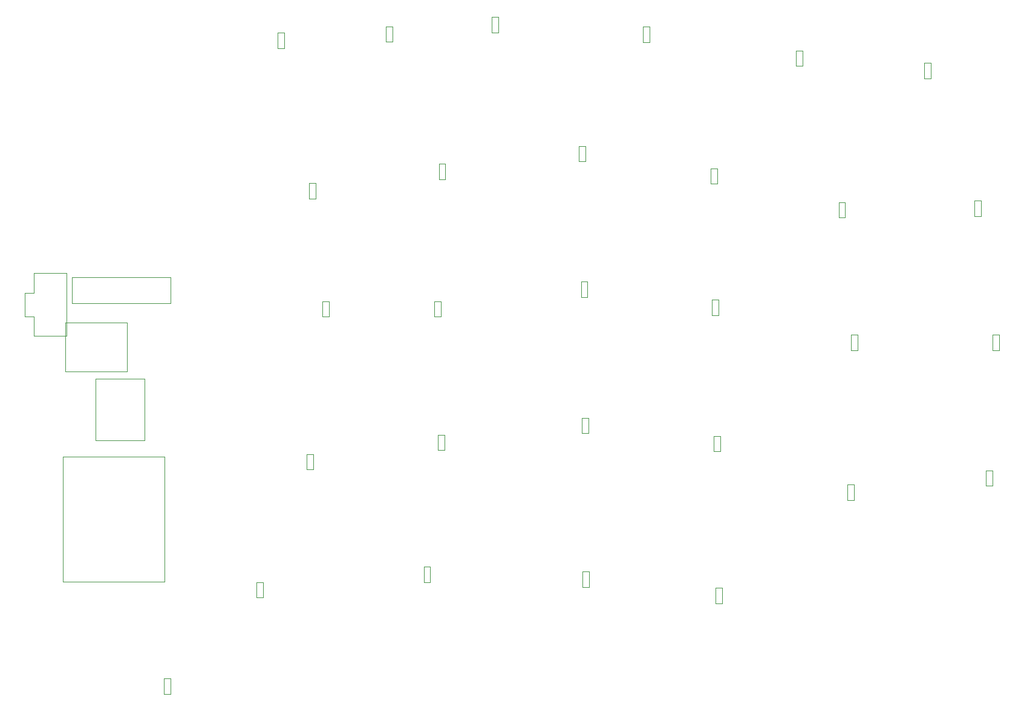
<source format=gbr>
G04 #@! TF.GenerationSoftware,KiCad,Pcbnew,8.99.0-3407-g6a48e2c35a*
G04 #@! TF.CreationDate,2025-02-22T10:59:18+00:00*
G04 #@! TF.ProjectId,DragonBoard,44726167-6f6e-4426-9f61-72642e6b6963,rev?*
G04 #@! TF.SameCoordinates,Original*
G04 #@! TF.FileFunction,Other,User*
%FSLAX46Y46*%
G04 Gerber Fmt 4.6, Leading zero omitted, Abs format (unit mm)*
G04 Created by KiCad (PCBNEW 8.99.0-3407-g6a48e2c35a) date 2025-02-22 10:59:18*
%MOMM*%
%LPD*%
G01*
G04 APERTURE LIST*
%ADD10C,0.050000*%
G04 APERTURE END LIST*
D10*
X107349364Y-129002640D02*
X107349364Y-131162640D01*
X106429364Y-129002640D02*
X107349364Y-129002640D01*
X107349364Y-131162640D02*
X106429364Y-131162640D01*
X106429364Y-131162640D02*
X106429364Y-129002640D01*
X120299120Y-115502640D02*
X120299120Y-117662640D01*
X119379120Y-115502640D02*
X120299120Y-115502640D01*
X120299120Y-117662640D02*
X119379120Y-117662640D01*
X119379120Y-117662640D02*
X119379120Y-115502640D01*
X143715833Y-113342640D02*
X143715833Y-115502640D01*
X142795833Y-113342640D02*
X143715833Y-113342640D01*
X143715833Y-115502640D02*
X142795833Y-115502640D01*
X142795833Y-115502640D02*
X142795833Y-113342640D01*
X165914658Y-114042640D02*
X165914658Y-116202640D01*
X164994658Y-114042640D02*
X165914658Y-114042640D01*
X165914658Y-116202640D02*
X164994658Y-116202640D01*
X164994658Y-116202640D02*
X164994658Y-114042640D01*
X184529196Y-116292640D02*
X184529196Y-118452640D01*
X183609196Y-116292640D02*
X184529196Y-116292640D01*
X184529196Y-118452640D02*
X183609196Y-118452640D01*
X183609196Y-118452640D02*
X183609196Y-116292640D01*
X127299120Y-97542640D02*
X127299120Y-99702640D01*
X126379120Y-97542640D02*
X127299120Y-97542640D01*
X127299120Y-99702640D02*
X126379120Y-99702640D01*
X126379120Y-99702640D02*
X126379120Y-97542640D01*
X145713684Y-94842640D02*
X145713684Y-97002640D01*
X144793684Y-94842640D02*
X145713684Y-94842640D01*
X145713684Y-97002640D02*
X144793684Y-97002640D01*
X144793684Y-97002640D02*
X144793684Y-94842640D01*
X165840369Y-92492640D02*
X165840369Y-94652640D01*
X164920369Y-92492640D02*
X165840369Y-92492640D01*
X165840369Y-94652640D02*
X164920369Y-94652640D01*
X164920369Y-94652640D02*
X164920369Y-92492640D01*
X184299120Y-95002640D02*
X184299120Y-97162640D01*
X183379120Y-95002640D02*
X184299120Y-95002640D01*
X184299120Y-97162640D02*
X183379120Y-97162640D01*
X183379120Y-97162640D02*
X183379120Y-95002640D01*
X203002030Y-101842640D02*
X203002030Y-104002640D01*
X202082030Y-101842640D02*
X203002030Y-101842640D01*
X203002030Y-104002640D02*
X202082030Y-104002640D01*
X202082030Y-104002640D02*
X202082030Y-101842640D01*
X222434393Y-99842640D02*
X222434393Y-102002640D01*
X221514393Y-99842640D02*
X222434393Y-99842640D01*
X222434393Y-102002640D02*
X221514393Y-102002640D01*
X221514393Y-102002640D02*
X221514393Y-99842640D01*
X129516706Y-76142640D02*
X129516706Y-78302640D01*
X128596706Y-76142640D02*
X129516706Y-76142640D01*
X129516706Y-78302640D02*
X128596706Y-78302640D01*
X128596706Y-78302640D02*
X128596706Y-76142640D01*
X145162222Y-76142640D02*
X145162222Y-78302640D01*
X144242222Y-76142640D02*
X145162222Y-76142640D01*
X145162222Y-78302640D02*
X144242222Y-78302640D01*
X144242222Y-78302640D02*
X144242222Y-76142640D01*
X165729703Y-73392640D02*
X165729703Y-75552640D01*
X164809703Y-73392640D02*
X165729703Y-73392640D01*
X165729703Y-75552640D02*
X164809703Y-75552640D01*
X164809703Y-75552640D02*
X164809703Y-73392640D01*
X184072382Y-75942640D02*
X184072382Y-78102640D01*
X183152382Y-75942640D02*
X184072382Y-75942640D01*
X184072382Y-78102640D02*
X183152382Y-78102640D01*
X183152382Y-78102640D02*
X183152382Y-75942640D01*
X203511709Y-80842640D02*
X203511709Y-83002640D01*
X202591709Y-80842640D02*
X203511709Y-80842640D01*
X203511709Y-83002640D02*
X202591709Y-83002640D01*
X202591709Y-83002640D02*
X202591709Y-80842640D01*
X223360721Y-80842640D02*
X223360721Y-83002640D01*
X222440721Y-80842640D02*
X223360721Y-80842640D01*
X223360721Y-83002640D02*
X222440721Y-83002640D01*
X222440721Y-83002640D02*
X222440721Y-80842640D01*
X220799120Y-62042640D02*
X220799120Y-64202640D01*
X219879120Y-62042640D02*
X220799120Y-62042640D01*
X220799120Y-64202640D02*
X219879120Y-64202640D01*
X219879120Y-64202640D02*
X219879120Y-62042640D01*
X201787253Y-62239961D02*
X201787253Y-64399961D01*
X200867253Y-62239961D02*
X201787253Y-62239961D01*
X201787253Y-64399961D02*
X200867253Y-64399961D01*
X200867253Y-64399961D02*
X200867253Y-62239961D01*
X183870472Y-57502640D02*
X183870472Y-59662640D01*
X182950472Y-57502640D02*
X183870472Y-57502640D01*
X183870472Y-59662640D02*
X182950472Y-59662640D01*
X182950472Y-59662640D02*
X182950472Y-57502640D01*
X165457376Y-54392441D02*
X165457376Y-56552441D01*
X164537376Y-54392441D02*
X165457376Y-54392441D01*
X165457376Y-56552441D02*
X164537376Y-56552441D01*
X164537376Y-56552441D02*
X164537376Y-54392441D01*
X145826286Y-56892640D02*
X145826286Y-59052640D01*
X144906286Y-56892640D02*
X145826286Y-56892640D01*
X145826286Y-59052640D02*
X144906286Y-59052640D01*
X144906286Y-59052640D02*
X144906286Y-56892640D01*
X127681645Y-59577396D02*
X127681645Y-61737396D01*
X126761645Y-59577396D02*
X127681645Y-59577396D01*
X127681645Y-61737396D02*
X126761645Y-61737396D01*
X126761645Y-61737396D02*
X126761645Y-59577396D01*
X213799120Y-42755511D02*
X213799120Y-44915511D01*
X212879120Y-42755511D02*
X213799120Y-42755511D01*
X213799120Y-44915511D02*
X212879120Y-44915511D01*
X212879120Y-44915511D02*
X212879120Y-42755511D01*
X195799120Y-41002640D02*
X195799120Y-43162640D01*
X194879120Y-41002640D02*
X195799120Y-41002640D01*
X195799120Y-43162640D02*
X194879120Y-43162640D01*
X194879120Y-43162640D02*
X194879120Y-41002640D01*
X174377436Y-37642640D02*
X174377436Y-39802640D01*
X173457436Y-37642640D02*
X174377436Y-37642640D01*
X174377436Y-39802640D02*
X173457436Y-39802640D01*
X173457436Y-39802640D02*
X173457436Y-37642640D01*
X152345145Y-38462640D02*
X152345145Y-36302640D01*
X153265145Y-38462640D02*
X152345145Y-38462640D01*
X152345145Y-36302640D02*
X153265145Y-36302640D01*
X153265145Y-36302640D02*
X153265145Y-38462640D01*
X138437485Y-37592640D02*
X138437485Y-39752640D01*
X137517485Y-37592640D02*
X138437485Y-37592640D01*
X138437485Y-39752640D02*
X137517485Y-39752640D01*
X137517485Y-39752640D02*
X137517485Y-37592640D01*
X123299120Y-38502640D02*
X123299120Y-40662640D01*
X122379120Y-38502640D02*
X123299120Y-38502640D01*
X123299120Y-40662640D02*
X122379120Y-40662640D01*
X122379120Y-40662640D02*
X122379120Y-38502640D01*
X92764100Y-72202600D02*
X92764100Y-81002600D01*
X88214100Y-72202600D02*
X92764100Y-72202600D01*
X88214100Y-74952600D02*
X88214100Y-72202600D01*
X86914100Y-74952600D02*
X88214100Y-74952600D01*
X88214100Y-78252600D02*
X86914100Y-78252600D01*
X86914100Y-78252600D02*
X86914100Y-74952600D01*
X92764100Y-81002600D02*
X88214100Y-81002600D01*
X88214100Y-81002600D02*
X88214100Y-78252600D01*
X93579400Y-72800000D02*
X93579400Y-76400000D01*
X93579400Y-76400000D02*
X107329400Y-76400000D01*
X107329400Y-72800000D02*
X93579400Y-72800000D01*
X107329400Y-76400000D02*
X107329400Y-72800000D01*
X92289121Y-115452640D02*
X92289121Y-97952640D01*
X92289121Y-115452640D02*
X106489121Y-115452640D01*
X106489121Y-97952640D02*
X92289121Y-97952640D01*
X106489121Y-97952640D02*
X106489121Y-115452640D01*
X92639100Y-79102600D02*
X92639100Y-86002600D01*
X92639100Y-86002600D02*
X101239100Y-86002600D01*
X101239100Y-79102600D02*
X92639100Y-79102600D01*
X101239100Y-86002600D02*
X101239100Y-79102600D01*
X96839100Y-87002600D02*
X96839100Y-95602600D01*
X96839100Y-95602600D02*
X103739100Y-95602600D01*
X103739100Y-87002600D02*
X96839100Y-87002600D01*
X103739100Y-95602600D02*
X103739100Y-87002600D01*
M02*

</source>
